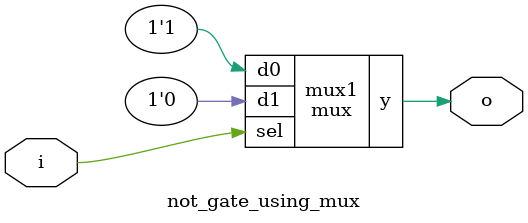
<source format=sv>

module mux
(
  input  d0, d1,
  input  sel,
  output y
);

  assign y = sel ? d1 : d0;

endmodule

//----------------------------------------------------------------------------
// Task
//----------------------------------------------------------------------------

module not_gate_using_mux
(
    input  i,
    output o
);

  // Task:
  // Implement not gate using instance(s) of mux,
  // constants 0 and 1, and wire connections
  mux mux1(1, 0, i, o);
  

endmodule

</source>
